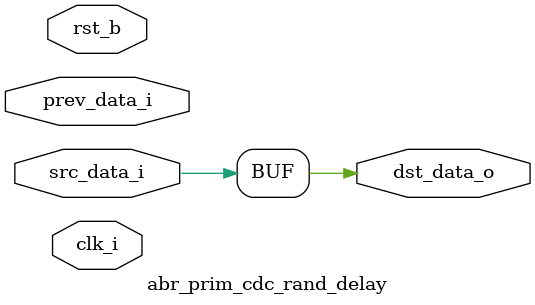
<source format=sv>


module abr_prim_cdc_rand_delay #(
    parameter int DataWidth = 1,
    parameter bit Enable = 1
) (
    input logic                   clk_i,
    input logic                   rst_b,
    input logic [DataWidth-1:0]   prev_data_i,
    input logic [DataWidth-1:0]   src_data_i,
    output logic [DataWidth-1:0]  dst_data_o
);
`ifdef SIMULATION
  if (Enable) begin : gen_enable

    // This controls dst_data_o: any bit with its data_sel set uses prev_data_i, others use
    // src_data_i.
    bit [DataWidth-1:0] data_sel;
    bit                 cdc_instrumentation_enabled;

    function automatic bit [DataWidth-1:0] fast_randomize();
      bit [DataWidth-1:0] data;
      bit [31:0]          urandom_result;
      for (int i = 0; i < DataWidth; i += 32) begin
        data = data << 32;
        urandom_result = $urandom();
        data = data | urandom_result;
      end
      return data;
    endfunction

    initial begin
      void'($value$plusargs("cdc_instrumentation_enabled=%d", cdc_instrumentation_enabled));
      data_sel = '0;
    end

    // Set data_sel at random combinationally when the input changes.
    always @(src_data_i) begin
      data_sel = cdc_instrumentation_enabled ? fast_randomize() : 0;
    end

    always_comb dst_data_o = (prev_data_i & data_sel) | (src_data_i & ~data_sel);
  end else begin : gen_no_enable
    assign dst_data_o = src_data_i;
  end
`else  // SIMULATION
    assign dst_data_o = src_data_i;
`endif  // SIMULATION
endmodule

</source>
